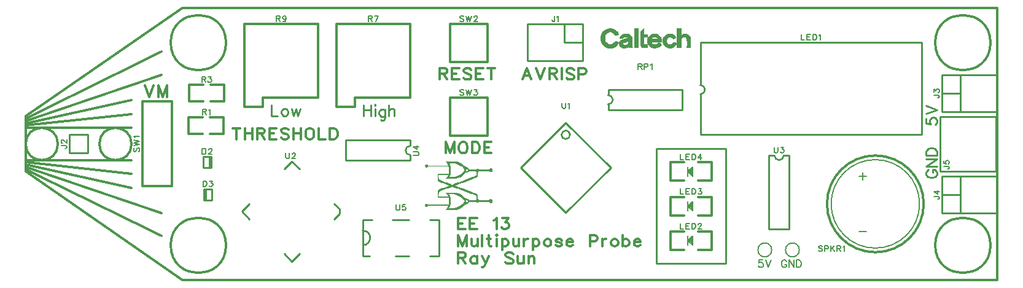
<source format=gbr>
G04 DipTrace 3.3.0.0*
G04 TopSilk.gbr*
%MOIN*%
G04 #@! TF.FileFunction,Legend,Top*
G04 #@! TF.Part,Single*
%ADD10C,0.009843*%
%ADD12C,0.003*%
%ADD14C,0.013*%
%ADD26C,0.01*%
%ADD28C,0.014*%
%ADD29C,0.012*%
%ADD30C,0.005*%
%ADD43C,0.008*%
%ADD119C,0.006562*%
%ADD120C,0.009264*%
%ADD121C,0.013123*%
%ADD122C,0.006176*%
%FSLAX26Y26*%
G04*
G70*
G90*
G75*
G01*
G04 TopSilk*
%LPD*%
X1011002Y680000D2*
D26*
Y620000D1*
X1016005Y680000D2*
Y620000D1*
X975996Y680000D2*
Y620000D1*
X1020994Y680000D2*
X975996D1*
X1020994Y620000D2*
X975996D1*
X1020994Y680000D2*
Y620000D1*
X988998Y445000D2*
Y505000D1*
X983995Y445000D2*
Y505000D1*
X1024004Y445000D2*
Y505000D1*
X979006Y445000D2*
X1024004D1*
X979006Y505000D2*
X1024004D1*
X979006Y445000D2*
Y505000D1*
X3037500Y1400000D2*
Y1200000D1*
X2937510Y1400000D2*
Y1300000D1*
X2737500Y1400000D2*
Y1200000D1*
X3037500Y1300000D2*
X2937510D1*
X3037500Y1200000D2*
X2737500D1*
X3037500Y1400000D2*
X2737500D1*
X250000Y800000D2*
X350000D1*
Y700000D2*
Y800000D1*
X250000Y700000D2*
X350000D1*
X250000D2*
Y800000D1*
X4976772Y600197D2*
D10*
X5279921D1*
Y899803D1*
X4976772D1*
Y600197D1*
X3675000Y1020000D2*
D26*
G03X3675000Y1070000I-40J25000D01*
G01*
X4875000Y800000D2*
X3675000D1*
Y1020000D1*
X4875000Y1300000D2*
X3675000D1*
Y1070000D2*
Y1300000D1*
X4875000Y800000D2*
Y1300000D1*
X3627498Y225000D2*
D43*
X3607495D1*
X3627498Y235000D2*
X3617508Y225000D1*
X3627498Y245000D2*
Y215000D1*
X3632492Y210000D2*
X3617508Y225000D1*
X3632492Y250000D2*
X3607495Y225000D1*
X3632492Y250000D2*
Y200000D1*
X3607495Y225000D1*
Y250000D2*
Y200000D1*
X3737500Y275000D2*
D29*
X3662508D1*
X3737500Y175000D2*
X3662508D1*
X3587492Y275000D2*
X3512500D1*
X3587492Y175000D2*
X3512500D1*
X3737500Y275000D2*
Y175000D1*
X3512500Y275000D2*
Y175000D1*
X3627498Y412500D2*
D43*
X3607495D1*
X3627498Y422500D2*
X3617508Y412500D1*
X3627498Y432500D2*
Y402500D1*
X3632492Y397500D2*
X3617508Y412500D1*
X3632492Y437500D2*
X3607495Y412500D1*
X3632492Y437500D2*
Y387500D1*
X3607495Y412500D1*
Y437500D2*
Y387500D1*
X3737500Y462500D2*
D29*
X3662508D1*
X3737500Y362500D2*
X3662508D1*
X3587492Y462500D2*
X3512500D1*
X3587492Y362500D2*
X3512500D1*
X3737500Y462500D2*
Y362500D1*
X3512500Y462500D2*
Y362500D1*
X3627498Y600000D2*
D43*
X3607495D1*
X3627498Y610000D2*
X3617508Y600000D1*
X3627498Y620000D2*
Y590000D1*
X3632492Y585000D2*
X3617508Y600000D1*
X3632492Y625000D2*
X3607495Y600000D1*
X3632492Y625000D2*
Y575000D1*
X3607495Y600000D1*
Y625000D2*
Y575000D1*
X3737500Y650000D2*
D29*
X3662508D1*
X3737500Y550000D2*
X3662508D1*
X3587492Y650000D2*
X3512500D1*
X3587492Y550000D2*
X3512500D1*
X3737500Y650000D2*
Y550000D1*
X3512500Y650000D2*
Y550000D1*
X1087500Y805000D2*
X1012507D1*
X1087500Y895000D2*
X1012507D1*
X972493D2*
X897500D1*
X972493Y805000D2*
X897500D1*
X1087500Y895000D2*
Y805000D1*
X897500Y895000D2*
Y805000D1*
X900000Y1070000D2*
X974993D1*
X900000Y980000D2*
X974993D1*
X1015007D2*
X1090000D1*
X1015007Y1070000D2*
X1090000D1*
X900000Y980000D2*
Y1070000D1*
X1090000Y980000D2*
Y1070000D1*
X2100000Y1400000D2*
Y999995D1*
X1800000D1*
Y950000D1*
X1700000D1*
Y1400000D2*
Y950000D1*
X2100000Y1400000D2*
X1700000D1*
X1600000D2*
Y999995D1*
X1300000D1*
Y950000D1*
X1200000D1*
Y1400000D2*
Y950000D1*
X1600000Y1400000D2*
X1200000D1*
X3175000Y965010D2*
D26*
G03X3175000Y1014990I10J24990D01*
G01*
X3575000Y935010D2*
X3175000D1*
Y965010D1*
X3575000Y935010D2*
Y1044990D1*
X3175000D1*
Y1014990D2*
Y1044990D1*
X4987500Y1125000D2*
X5087500D1*
Y1025000D2*
Y1125000D1*
X4987500Y1025000D2*
X5087500D1*
X4987500D2*
Y1125000D1*
Y1025000D2*
X5087500D1*
Y925000D2*
Y1025000D1*
X4987500Y925000D2*
X5087500D1*
X4987500D2*
Y1025000D1*
Y575000D2*
X5087500D1*
Y475000D2*
Y575000D1*
X4987500Y475000D2*
X5087500D1*
X4987500D2*
Y575000D1*
Y475000D2*
X5087500D1*
Y375000D2*
Y475000D1*
X4987500Y375000D2*
X5087500D1*
X4987500D2*
Y475000D1*
X4385000Y425000D2*
D43*
G02X4385000Y425000I240000J0D01*
G01*
X4574984Y275000D2*
X4535000D1*
X4555016Y595016D2*
Y554984D1*
X4574984Y575000D2*
X4535000D1*
X645000Y520000D2*
D29*
X805000D1*
Y980000D2*
Y520000D1*
X645000Y980000D2*
Y520000D1*
Y980000D2*
X805000D1*
X2314990Y1400000D2*
Y1195000D1*
X2520010Y1400000D2*
Y1195000D1*
X2314990D1*
X2520010Y1400000D2*
X2314990D1*
Y1000000D2*
Y795000D1*
X2520010Y1000000D2*
Y795000D1*
X2314990D1*
X2520010Y1000000D2*
X2314990D1*
X2960555Y783564D2*
D26*
G02X2960555Y783564I-16232J16232D01*
G01*
X2699373Y621612D2*
X2944323Y866562D1*
X2699373Y621612D2*
X2944323Y376661D1*
X3189273Y621612D1*
X2944323Y866562D2*
X3189273Y621612D1*
X1716138Y398233D2*
Y369919D1*
X1687872Y426492D2*
X1716138Y398233D1*
X1458026Y656322D2*
X1500452Y613906D1*
X1185806Y384076D2*
X1228233Y341660D1*
X1415652Y154246D2*
X1458026Y111830D1*
X1716138Y369919D2*
X1687872Y341660D1*
X1458026Y656322D2*
X1415652Y613906D1*
X1228233Y426492D2*
X1185806Y384076D1*
X1500452Y154246D2*
X1458026Y111830D1*
X4077510Y687500D2*
G03X4127490Y687500I24990J-10D01*
G01*
X4047510Y287500D2*
Y687500D1*
X4077510D1*
X4047510Y287500D2*
X4157490D1*
Y687500D1*
X4127490D2*
X4157490D1*
X2100000Y739990D2*
G03X2100000Y690010I0J-24990D01*
G01*
X1750000Y769990D2*
Y660010D1*
X2100000Y690010D2*
Y660010D1*
Y769990D2*
Y739990D1*
X1750000Y769990D2*
X2100000D1*
X1750000Y660010D2*
X2100000D1*
X1842913Y201189D2*
G03X1842913Y279914I-8J39363D01*
G01*
X2205122Y142131D2*
X2256299D1*
X2205122Y338971D2*
X2256299D1*
X2004341D2*
X2094872D1*
X1842913D2*
X1894091D1*
X1842913Y142131D2*
X1878341D1*
X2020091D2*
X2094872D1*
X2256299D2*
Y338971D1*
X1842913Y142131D2*
Y338971D1*
X12500Y837500D2*
D28*
X587500D1*
X12500Y662500D2*
X587500D1*
X12500Y650000D2*
X587500Y587500D1*
X12500Y850000D2*
X587500Y912500D1*
X12500Y862500D2*
X587500Y987500D1*
X12500Y875000D2*
X750000Y1125000D1*
X12500Y887500D2*
X750000Y1250000D1*
X12500Y637500D2*
X587500Y512500D1*
X12500Y625000D2*
X750000Y375000D1*
X12500Y612500D2*
X750000Y250000D1*
X12500Y900000D2*
X862500Y1487500D1*
X12500Y600000D2*
X862500Y12500D1*
X3437500Y725000D2*
D26*
X3812500D1*
Y100000D1*
X3437500D1*
Y725000D1*
X4362500Y425000D2*
D29*
G02X4362500Y425000I262500J0D01*
G01*
X12500Y900000D2*
D14*
Y600000D1*
X412500Y750000D2*
D29*
G02X412500Y750000I87500J0D01*
G01*
X12500D2*
G02X12500Y750000I87500J0D01*
G01*
X800000Y1300000D2*
G02X800000Y1300000I150000J0D01*
G01*
X4950000D2*
G02X4950000Y1300000I150000J0D01*
G01*
X800000Y200000D2*
G02X800000Y200000I150000J0D01*
G01*
X4950000D2*
G02X4950000Y200000I150000J0D01*
G01*
X3987500Y175000D2*
D30*
G02X3987500Y175000I37500J0D01*
G01*
X4137500D2*
G02X4137500Y175000I37500J0D01*
G01*
X862500Y1487500D2*
D28*
X5287500D1*
X862500Y12500D2*
X5287500D1*
Y1487500D2*
Y12500D1*
X5075000Y1125000D2*
D26*
X5287500D1*
X5075000Y925000D2*
X5287500D1*
X5075000Y575000D2*
X5287500D1*
X5075000Y375000D2*
X5287500D1*
X3179000Y1378000D2*
D12*
X3191000D1*
X3317000D2*
X3335000D1*
X3365000D2*
X3368000D1*
X3548000D2*
X3569000D1*
X3169680Y1375000D2*
X3200206D1*
X3317000D2*
X3335000D1*
X3362000D2*
X3368000D1*
X3548000D2*
X3569000D1*
X3161925Y1372000D2*
X3207576D1*
X3317000D2*
X3335000D1*
X3359012D2*
X3368000D1*
X3548000D2*
X3569000D1*
X3155772Y1369000D2*
X3213022D1*
X3317000D2*
X3335000D1*
X3356129D2*
X3368000D1*
X3548000D2*
X3569000D1*
X3150941Y1366000D2*
X3217178D1*
X3317000D2*
X3335000D1*
X3353628D2*
X3368000D1*
X3548000D2*
X3569000D1*
X3147300Y1363000D2*
X3220560D1*
X3317000D2*
X3335000D1*
X3351846D2*
X3368000D1*
X3548000D2*
X3569000D1*
X3144554Y1360000D2*
X3223270D1*
X3317000D2*
X3335000D1*
X3350834D2*
X3368000D1*
X3548000D2*
X3569000D1*
X3142240Y1357000D2*
X3177179D1*
X3193410D2*
X3225231D1*
X3317000D2*
X3335000D1*
X3350344D2*
X3368000D1*
X3548000D2*
X3569000D1*
X3140172Y1354000D2*
X3170682D1*
X3198153D2*
X3226655D1*
X3317000D2*
X3335000D1*
X3350133D2*
X3368000D1*
X3548000D2*
X3569000D1*
X3138534Y1351000D2*
X3165778D1*
X3202044D2*
X3227898D1*
X3317000D2*
X3335000D1*
X3350049D2*
X3368000D1*
X3548000D2*
X3569000D1*
X3137255Y1348000D2*
X3162198D1*
X3205068D2*
X3229013D1*
X3260000D2*
X3284000D1*
X3317000D2*
X3335000D1*
X3350017D2*
X3368000D1*
X3416000D2*
X3437000D1*
X3500000D2*
X3521000D1*
X3548000D2*
X3569000D1*
X3581000D2*
X3599000D1*
X3136096Y1345000D2*
X3159612D1*
X3207261D2*
X3230000D1*
X3252846D2*
X3289758D1*
X3317000D2*
X3335000D1*
X3350006D2*
X3386000D1*
X3409205D2*
X3442770D1*
X3493205D2*
X3526410D1*
X3548000D2*
X3569000D1*
X3575000D2*
X3604758D1*
X3135135Y1342000D2*
X3157713D1*
X3209000D2*
X3218000D1*
X3247272D2*
X3294364D1*
X3317000D2*
X3335000D1*
X3350002D2*
X3386000D1*
X3403589D2*
X3447481D1*
X3487589D2*
X3531153D1*
X3548000D2*
X3609376D1*
X3134534Y1339000D2*
X3156391D1*
X3243082D2*
X3297736D1*
X3317000D2*
X3335000D1*
X3350001D2*
X3386000D1*
X3399160D2*
X3451248D1*
X3483160D2*
X3535041D1*
X3548000D2*
X3612854D1*
X3134227Y1336000D2*
X3155634D1*
X3240001D2*
X3300282D1*
X3317000D2*
X3335000D1*
X3350000D2*
X3386000D1*
X3395585D2*
X3454240D1*
X3479596D2*
X3538005D1*
X3548000D2*
X3615405D1*
X3134090Y1333000D2*
X3155264D1*
X3237641D2*
X3267301D1*
X3270897D2*
X3301169D1*
X3317000D2*
X3335000D1*
X3350000D2*
X3386000D1*
X3392690D2*
X3456561D1*
X3476795D2*
X3540262D1*
X3548000D2*
X3617293D1*
X3134033Y1330000D2*
X3155102D1*
X3236793D2*
X3261236D1*
X3277792D2*
X3301647D1*
X3317000D2*
X3335000D1*
X3350000D2*
X3368000D1*
X3390412D2*
X3416552D1*
X3433448D2*
X3458364D1*
X3474794D2*
X3503601D1*
X3514411D2*
X3541203D1*
X3548000D2*
X3618611D1*
X3134012Y1327000D2*
X3155038D1*
X3236312D2*
X3257116D1*
X3284000D2*
X3301862D1*
X3317000D2*
X3335000D1*
X3350000D2*
X3368000D1*
X3388638D2*
X3411604D1*
X3438396D2*
X3459749D1*
X3473357D2*
X3498964D1*
X3519176D2*
X3538400D1*
X3548000D2*
X3575126D1*
X3595422D2*
X3619367D1*
X3134004Y1324000D2*
X3155013D1*
X3236000D2*
X3254000D1*
X3274815D2*
X3301949D1*
X3317000D2*
X3335000D1*
X3350000D2*
X3368000D1*
X3387364D2*
X3407000D1*
X3443000D2*
X3460874D1*
X3472134D2*
X3495459D1*
X3523250D2*
X3534492D1*
X3548000D2*
X3572628D1*
X3597282D2*
X3619736D1*
X3134001Y1321000D2*
X3155016D1*
X3264499D2*
X3301982D1*
X3317000D2*
X3335000D1*
X3350000D2*
X3368000D1*
X3386625D2*
X3461957D1*
X3471148D2*
X3492796D1*
X3527000D2*
X3530000D1*
X3548000D2*
X3570846D1*
X3598669D2*
X3619898D1*
X3134012Y1318000D2*
X3155119D1*
X3254679D2*
X3301994D1*
X3317000D2*
X3335000D1*
X3350000D2*
X3368000D1*
X3386261D2*
X3462886D1*
X3470539D2*
X3491868D1*
X3548000D2*
X3569834D1*
X3599875D2*
X3619962D1*
X3134117Y1315000D2*
X3155512D1*
X3246863D2*
X3301998D1*
X3317000D2*
X3335000D1*
X3350000D2*
X3368000D1*
X3386101D2*
X3463473D1*
X3470229D2*
X3491368D1*
X3548000D2*
X3569344D1*
X3600855D2*
X3619987D1*
X3134500Y1312000D2*
X3156347D1*
X3241164D2*
X3301999D1*
X3317000D2*
X3335000D1*
X3350000D2*
X3368000D1*
X3386037D2*
X3463776D1*
X3470090D2*
X3491144D1*
X3548000D2*
X3569133D1*
X3601462D2*
X3619995D1*
X3135230Y1309000D2*
X3157616D1*
X3212000D2*
X3218000D1*
X3236822D2*
X3302000D1*
X3317000D2*
X3335000D1*
X3350000D2*
X3368000D1*
X3386013D2*
X3463917D1*
X3470045D2*
X3491064D1*
X3548000D2*
X3569049D1*
X3601772D2*
X3619999D1*
X3136104Y1306000D2*
X3159369D1*
X3210014D2*
X3227000D1*
X3233000D2*
X3270767D1*
X3283988D2*
X3302000D1*
X3317000D2*
X3335000D1*
X3350000D2*
X3368000D1*
X3386016D2*
X3464000D1*
X3470129D2*
X3491147D1*
X3548000D2*
X3569017D1*
X3601910D2*
X3620000D1*
X3137022Y1303000D2*
X3161748D1*
X3207793D2*
X3262471D1*
X3283859D2*
X3302000D1*
X3317000D2*
X3335000D1*
X3350000D2*
X3368000D1*
X3386127D2*
X3407589D1*
X3470504D2*
X3491634D1*
X3527000D2*
X3530000D1*
X3548000D2*
X3569006D1*
X3601967D2*
X3620000D1*
X3138136Y1300000D2*
X3164849D1*
X3204900D2*
X3256251D1*
X3283543D2*
X3302000D1*
X3317000D2*
X3335000D1*
X3350000D2*
X3368000D1*
X3386590D2*
X3408824D1*
X3449000D2*
D3*
X3471231D2*
X3492837D1*
X3525053D2*
X3539000D1*
X3548000D2*
X3569002D1*
X3601988D2*
X3620000D1*
X3139531Y1297000D2*
X3168710D1*
X3201184D2*
X3251000D1*
X3282040D2*
X3302012D1*
X3317000D2*
X3335000D1*
X3350000D2*
X3368000D1*
X3387615D2*
X3410750D1*
X3444594D2*
X3455000D1*
X3472117D2*
X3494754D1*
X3523073D2*
X3569001D1*
X3601996D2*
X3620000D1*
X3141325Y1294000D2*
X3173000D1*
X3197000D2*
X3227114D1*
X3233114D2*
X3254000D1*
X3278747D2*
X3302117D1*
X3317000D2*
X3335000D1*
X3350000D2*
X3368000D1*
X3389000D2*
X3413000D1*
X3440000D2*
X3458669D1*
X3473139D2*
X3497000D1*
X3521000D2*
X3569000D1*
X3601999D2*
X3620000D1*
X3143611Y1291000D2*
X3224487D1*
X3233510D2*
X3257000D1*
X3275000D2*
X3302500D1*
X3317000D2*
X3335000D1*
X3350012D2*
X3461439D1*
X3474635D2*
X3542452D1*
X3548000D2*
X3569000D1*
X3602000D2*
X3620000D1*
X3146268Y1288000D2*
X3222089D1*
X3234358D2*
X3303218D1*
X3317000D2*
X3335000D1*
X3350129D2*
X3386000D1*
X3392012D2*
X3462245D1*
X3476761D2*
X3540090D1*
X3548000D2*
X3569000D1*
X3601988D2*
X3620000D1*
X3149252Y1285000D2*
X3219347D1*
X3235756D2*
X3303987D1*
X3317000D2*
X3335000D1*
X3350628D2*
X3386000D1*
X3395152D2*
X3459477D1*
X3479465D2*
X3537449D1*
X3548000D2*
X3569000D1*
X3601874D2*
X3620000D1*
X3152917Y1282000D2*
X3215538D1*
X3237624D2*
X3304513D1*
X3317000D2*
X3335000D1*
X3351835D2*
X3386000D1*
X3398880D2*
X3455388D1*
X3483001D2*
X3533913D1*
X3548000D2*
X3569000D1*
X3601410D2*
X3620000D1*
X3158027Y1279000D2*
X3210369D1*
X3241923D2*
X3304807D1*
X3317000D2*
X3335000D1*
X3353754D2*
X3386000D1*
X3404014D2*
X3449244D1*
X3488059D2*
X3529025D1*
X3548000D2*
X3569000D1*
X3600385D2*
X3620000D1*
X3164988Y1276000D2*
X3203989D1*
X3247578D2*
X3275000D1*
X3287000D2*
X3305000D1*
X3317000D2*
X3335000D1*
X3356000D2*
X3386000D1*
X3410984D2*
X3440781D1*
X3494999D2*
X3522512D1*
X3548000D2*
X3569000D1*
X3599000D2*
X3620000D1*
X3173000Y1273000D2*
X3197000D1*
X3254000D2*
X3263000D1*
X3419000D2*
X3431000D1*
X3503000D2*
X3515000D1*
X2293500Y654000D2*
X2353500D1*
X2296386Y651000D2*
X2360873D1*
X2298990Y648000D2*
X2367618D1*
X2301153Y645000D2*
X2311964D1*
X2349899D2*
X2373554D1*
X2302885Y642000D2*
X2312719D1*
X2357548D2*
X2378529D1*
X2182500Y639000D2*
X2194500D1*
X2304152D2*
X2313601D1*
X2364158D2*
X2382620D1*
X2181229Y636000D2*
X2194500D1*
X2304940D2*
X2314509D1*
X2369810D2*
X2386128D1*
X2180453Y633000D2*
X2315506D1*
X2374740D2*
X2389303D1*
X2180987Y630000D2*
X2316403D1*
X2378977D2*
X2392536D1*
X2181735Y627000D2*
X2194500D1*
X2307910D2*
X2316979D1*
X2382361D2*
X2396750D1*
X2182500Y624000D2*
X2191500D1*
X2309665D2*
X2317277D1*
X2385016D2*
X2402468D1*
X2310670Y621000D2*
X2317412D1*
X2387398D2*
X2408297D1*
X2311157Y618000D2*
X2317467D1*
X2389811D2*
X2413106D1*
X2533500D2*
X2539500D1*
X2311368Y615000D2*
X2317488D1*
X2391952D2*
X2415025D1*
X2458500D2*
X2470500D1*
X2530500D2*
X2541899D1*
X2311452Y612000D2*
X2317496D1*
X2393624D2*
X2401500D1*
X2412948D2*
X2543892D1*
X2311483Y609000D2*
X2317499D1*
X2393450D2*
X2401500D1*
X2411896D2*
X2544475D1*
X2311483Y606000D2*
X2317500D1*
X2392576D2*
X2401500D1*
X2410500D2*
X2543666D1*
X2311381Y603000D2*
X2317500D1*
X2391020D2*
X2416500D1*
X2457910D2*
X2468090D1*
X2530500D2*
X2542500D1*
X2311000Y600000D2*
X2317500D1*
X2388832D2*
X2413500D1*
X2459665D2*
X2466335D1*
X2310281Y597000D2*
X2317488D1*
X2386224D2*
X2398512D1*
X2404500D2*
X2410500D1*
X2460670D2*
X2465330D1*
X2309505Y594000D2*
X2317383D1*
X2383382D2*
X2395617D1*
X2461157D2*
X2464843D1*
X2308936Y591000D2*
X2316989D1*
X2380332D2*
X2392988D1*
X2461368D2*
X2464632D1*
X2248500Y588000D2*
X2316165D1*
X2376858D2*
X2390601D1*
X2461416D2*
X2464548D1*
X2248500Y585000D2*
X2315002D1*
X2372614D2*
X2387988D1*
X2461108D2*
X2464517D1*
X2248500Y582000D2*
X2251500D1*
X2304922D2*
X2313645D1*
X2367287D2*
X2384781D1*
X2460314D2*
X2464482D1*
X2248500Y579000D2*
X2251500D1*
X2303782D2*
X2312126D1*
X2360388D2*
X2381161D1*
X2456605D2*
X2464232D1*
X2248500Y576000D2*
X2251500D1*
X2302169D2*
X2310399D1*
X2351530D2*
X2377136D1*
X2451253D2*
X2463633D1*
X2248500Y573000D2*
X2251500D1*
X2300375D2*
X2308500D1*
X2341500D2*
X2372080D1*
X2444476D2*
X2460961D1*
X2248500Y570000D2*
X2251500D1*
X2298363D2*
X2365318D1*
X2436732D2*
X2455296D1*
X2248500Y567000D2*
X2251512D1*
X2296018D2*
X2356840D1*
X2428643D2*
X2448526D1*
X2248500Y564000D2*
X2251652D1*
X2293500D2*
X2347500D1*
X2420595D2*
X2441132D1*
X2248512Y561000D2*
X2252004D1*
X2412556D2*
X2433378D1*
X2248652Y558000D2*
X2253885D1*
X2404493D2*
X2425428D1*
X2249004Y555000D2*
X2258733D1*
X2396501D2*
X2417478D1*
X2250838Y552000D2*
X2264968D1*
X2388413D2*
X2409405D1*
X2255365Y549000D2*
X2272092D1*
X2380096D2*
X2401093D1*
X2261253Y546000D2*
X2279812D1*
X2371777D2*
X2392776D1*
X2268312Y543000D2*
X2287986D1*
X2363642D2*
X2384641D1*
X2276184Y540000D2*
X2296249D1*
X2355580D2*
X2376571D1*
X2284314Y537000D2*
X2304352D1*
X2347591D2*
X2368510D1*
X2292279Y534000D2*
X2312396D1*
X2339918D2*
X2360629D1*
X2299960Y531000D2*
X2320500D1*
X2332500D2*
X2353000D1*
X2307336Y528000D2*
X2345649D1*
X2314500Y525000D2*
X2338500D1*
X2306897Y522000D2*
X2346001D1*
X2298864Y519000D2*
X2320614D1*
X2332036D2*
X2353755D1*
X2290682Y516000D2*
X2311999D1*
X2340293D2*
X2361600D1*
X2282606Y513000D2*
X2303718D1*
X2348504D2*
X2369625D1*
X2274582Y510000D2*
X2295499D1*
X2356873D2*
X2377918D1*
X2266763Y507000D2*
X2287128D1*
X2365212D2*
X2386228D1*
X2259887Y504000D2*
X2278812D1*
X2373354D2*
X2394360D1*
X2254723Y501000D2*
X2270903D1*
X2381427D2*
X2402429D1*
X2250906Y498000D2*
X2263841D1*
X2389501D2*
X2410502D1*
X2249652Y495000D2*
X2258320D1*
X2397497D2*
X2418486D1*
X2248985Y492000D2*
X2254168D1*
X2405587D2*
X2426481D1*
X2248688Y489000D2*
X2252779D1*
X2413904D2*
X2434510D1*
X2248569Y486000D2*
X2252038D1*
X2293500D2*
X2350500D1*
X2422223D2*
X2442352D1*
X2248524Y483000D2*
X2251709D1*
X2296025D2*
X2358435D1*
X2430358D2*
X2449715D1*
X2248508Y480000D2*
X2251576D1*
X2298175D2*
X2365340D1*
X2438393D2*
X2455919D1*
X2248503Y477000D2*
X2251527D1*
X2300016D2*
X2308025D1*
X2343670D2*
X2371174D1*
X2446115D2*
X2460900D1*
X2248501Y474000D2*
X2251509D1*
X2301772D2*
X2310164D1*
X2353527D2*
X2376289D1*
X2452612D2*
X2463067D1*
X2248500Y471000D2*
X2251503D1*
X2303716D2*
X2311899D1*
X2361477D2*
X2380846D1*
X2457797D2*
X2463835D1*
X2248500Y468000D2*
X2251501D1*
X2306014D2*
X2313261D1*
X2367708D2*
X2384679D1*
X2460030D2*
X2464228D1*
X2248500Y465000D2*
X2314378D1*
X2372667D2*
X2387721D1*
X2460818D2*
X2464398D1*
X2248500Y462000D2*
X2315458D1*
X2376697D2*
X2390727D1*
X2461222D2*
X2464463D1*
X2308964Y459000D2*
X2316386D1*
X2380175D2*
X2394888D1*
X2461383D2*
X2464499D1*
X2309707Y456000D2*
X2316973D1*
X2383364D2*
X2400547D1*
X2461334D2*
X2464625D1*
X2310484Y453000D2*
X2317275D1*
X2386338D2*
X2406521D1*
X2460859D2*
X2465126D1*
X2311010Y450000D2*
X2317411D1*
X2388983D2*
X2411578D1*
X2459661D2*
X2466335D1*
X2536500D2*
D3*
X2311288Y447000D2*
X2317467D1*
X2391249D2*
X2415736D1*
X2457745D2*
X2468253D1*
X2530500D2*
X2542500D1*
X2311416Y444000D2*
X2317488D1*
X2393360D2*
X2401500D1*
X2409948D2*
X2543759D1*
X2311468Y441000D2*
X2317496D1*
X2395500D2*
X2401500D1*
X2411896D2*
X2544500D1*
X2311477Y438000D2*
X2317499D1*
X2393526D2*
X2401500D1*
X2413500D2*
X2543444D1*
X2311379Y435000D2*
X2317500D1*
X2391418D2*
X2415563D1*
X2458500D2*
X2467500D1*
X2530500D2*
X2541654D1*
X2310999Y432000D2*
X2317488D1*
X2388987D2*
X2411720D1*
X2533500D2*
X2539500D1*
X2310281Y429000D2*
X2317383D1*
X2386281D2*
X2406349D1*
X2182500Y426000D2*
X2191500D1*
X2309505D2*
X2317000D1*
X2383413D2*
X2400925D1*
X2181127Y423000D2*
X2194500D1*
X2308936D2*
X2316270D1*
X2380456D2*
X2396527D1*
X2180380Y420000D2*
X2315396D1*
X2377348D2*
X2392881D1*
X2180118Y417000D2*
X2314478D1*
X2373739D2*
X2389523D1*
X2181159Y414000D2*
X2194500D1*
X2304922D2*
X2313364D1*
X2369024D2*
X2386036D1*
X2182500Y411000D2*
X2191500D1*
X2303782D2*
X2311969D1*
X2362820D2*
X2382169D1*
X2302169Y408000D2*
X2310184D1*
X2355326D2*
X2377866D1*
X2300375Y405000D2*
X2307950D1*
X2347058D2*
X2372893D1*
X2298363Y402000D2*
X2366702D1*
X2296018Y399000D2*
X2359031D1*
X2293500Y396000D2*
X2350500D1*
X3179000Y1378000D2*
X3169680Y1375000D1*
X3161925Y1372000D1*
X3155772Y1369000D1*
X3150941Y1366000D1*
X3147300Y1363000D1*
X3144554Y1360000D1*
X3142240Y1357000D1*
X3140172Y1354000D1*
X3138534Y1351000D1*
X3137255Y1348000D1*
X3136096Y1345000D1*
X3135135Y1342000D1*
X3134534Y1339000D1*
X3134227Y1336000D1*
X3134090Y1333000D1*
X3134033Y1330000D1*
X3134012Y1327000D1*
X3134004Y1324000D1*
X3134001Y1321000D1*
X3134012Y1318000D1*
X3134117Y1315000D1*
X3134500Y1312000D1*
X3135230Y1309000D1*
X3136104Y1306000D1*
X3137022Y1303000D1*
X3138136Y1300000D1*
X3139531Y1297000D1*
X3141325Y1294000D1*
X3143611Y1291000D1*
X3146268Y1288000D1*
X3149252Y1285000D1*
X3152917Y1282000D1*
X3158027Y1279000D1*
X3164988Y1276000D1*
X3173000Y1273000D1*
X3191000Y1378000D2*
X3200206Y1375000D1*
X3207576Y1372000D1*
X3213022Y1369000D1*
X3217178Y1366000D1*
X3220560Y1363000D1*
X3223270Y1360000D1*
X3225231Y1357000D1*
X3226655Y1354000D1*
X3227898Y1351000D1*
X3229013Y1348000D1*
X3230000Y1345000D1*
X3218000Y1342000D1*
X3317000Y1378000D2*
Y1375000D1*
Y1372000D1*
Y1369000D1*
Y1366000D1*
Y1363000D1*
Y1360000D1*
Y1357000D1*
Y1354000D1*
Y1351000D1*
Y1348000D1*
Y1345000D1*
Y1342000D1*
Y1339000D1*
Y1336000D1*
Y1333000D1*
Y1330000D1*
Y1327000D1*
Y1324000D1*
Y1321000D1*
Y1318000D1*
Y1315000D1*
Y1312000D1*
Y1309000D1*
Y1306000D1*
Y1303000D1*
Y1300000D1*
Y1297000D1*
Y1294000D1*
Y1291000D1*
Y1288000D1*
Y1285000D1*
Y1282000D1*
Y1279000D1*
Y1276000D1*
X3335000Y1378000D2*
Y1375000D1*
Y1372000D1*
Y1369000D1*
Y1366000D1*
Y1363000D1*
Y1360000D1*
Y1357000D1*
Y1354000D1*
Y1351000D1*
Y1348000D1*
Y1345000D1*
Y1342000D1*
Y1339000D1*
Y1336000D1*
Y1333000D1*
Y1330000D1*
Y1327000D1*
Y1324000D1*
Y1321000D1*
Y1318000D1*
Y1315000D1*
Y1312000D1*
Y1309000D1*
Y1306000D1*
Y1303000D1*
Y1300000D1*
Y1297000D1*
Y1294000D1*
Y1291000D1*
Y1288000D1*
Y1285000D1*
Y1282000D1*
Y1279000D1*
Y1276000D1*
X3365000Y1378000D2*
X3362000Y1375000D1*
X3359012Y1372000D1*
X3356129Y1369000D1*
X3353628Y1366000D1*
X3351846Y1363000D1*
X3350834Y1360000D1*
X3350344Y1357000D1*
X3350133Y1354000D1*
X3350049Y1351000D1*
X3350017Y1348000D1*
X3350006Y1345000D1*
X3350002Y1342000D1*
X3350001Y1339000D1*
X3350000Y1336000D1*
Y1333000D1*
Y1330000D1*
Y1327000D1*
Y1324000D1*
Y1321000D1*
Y1318000D1*
Y1315000D1*
Y1312000D1*
Y1309000D1*
Y1306000D1*
Y1303000D1*
Y1300000D1*
Y1297000D1*
Y1294000D1*
X3350012Y1291000D1*
X3350129Y1288000D1*
X3350628Y1285000D1*
X3351835Y1282000D1*
X3353754Y1279000D1*
X3356000Y1276000D1*
X3368000Y1378000D2*
Y1375000D1*
Y1372000D1*
Y1369000D1*
Y1366000D1*
Y1363000D1*
Y1360000D1*
Y1357000D1*
Y1354000D1*
Y1351000D1*
Y1348000D1*
Y1345000D1*
X3386000D1*
Y1342000D1*
Y1339000D1*
Y1336000D1*
Y1333000D1*
Y1330000D1*
X3368000D1*
Y1327000D1*
Y1324000D1*
Y1321000D1*
Y1318000D1*
Y1315000D1*
Y1312000D1*
Y1309000D1*
Y1306000D1*
Y1303000D1*
Y1300000D1*
Y1297000D1*
Y1294000D1*
X3548000Y1378000D2*
Y1375000D1*
Y1372000D1*
Y1369000D1*
Y1366000D1*
Y1363000D1*
Y1360000D1*
Y1357000D1*
Y1354000D1*
Y1351000D1*
Y1348000D1*
Y1345000D1*
Y1342000D1*
Y1339000D1*
Y1336000D1*
Y1333000D1*
Y1330000D1*
Y1327000D1*
Y1324000D1*
Y1321000D1*
Y1318000D1*
Y1315000D1*
Y1312000D1*
Y1309000D1*
Y1306000D1*
Y1303000D1*
Y1300000D1*
X3569000Y1378000D2*
Y1375000D1*
Y1372000D1*
Y1369000D1*
Y1366000D1*
Y1363000D1*
Y1360000D1*
Y1357000D1*
Y1354000D1*
Y1351000D1*
Y1348000D1*
Y1345000D1*
X3185000Y1360000D2*
X3177179Y1357000D1*
X3170682Y1354000D1*
X3165778Y1351000D1*
X3162198Y1348000D1*
X3159612Y1345000D1*
X3157713Y1342000D1*
X3156391Y1339000D1*
X3155634Y1336000D1*
X3155264Y1333000D1*
X3155102Y1330000D1*
X3155038Y1327000D1*
X3155013Y1324000D1*
X3155016Y1321000D1*
X3155119Y1318000D1*
X3155512Y1315000D1*
X3156347Y1312000D1*
X3157616Y1309000D1*
X3159369Y1306000D1*
X3161748Y1303000D1*
X3164849Y1300000D1*
X3168710Y1297000D1*
X3173000Y1294000D1*
X3188000Y1360000D2*
X3193410Y1357000D1*
X3198153Y1354000D1*
X3202044Y1351000D1*
X3205068Y1348000D1*
X3207261Y1345000D1*
X3209000Y1342000D1*
X3260000Y1348000D2*
X3252846Y1345000D1*
X3247272Y1342000D1*
X3243082Y1339000D1*
X3240001Y1336000D1*
X3237641Y1333000D1*
X3236793Y1330000D1*
X3236312Y1327000D1*
X3236000Y1324000D1*
X3284000Y1348000D2*
X3289758Y1345000D1*
X3294364Y1342000D1*
X3297736Y1339000D1*
X3300282Y1336000D1*
X3301169Y1333000D1*
X3301647Y1330000D1*
X3301862Y1327000D1*
X3301949Y1324000D1*
X3301982Y1321000D1*
X3301994Y1318000D1*
X3301998Y1315000D1*
X3301999Y1312000D1*
X3302000Y1309000D1*
Y1306000D1*
Y1303000D1*
Y1300000D1*
X3302012Y1297000D1*
X3302117Y1294000D1*
X3302500Y1291000D1*
X3303218Y1288000D1*
X3303987Y1285000D1*
X3304513Y1282000D1*
X3304807Y1279000D1*
X3305000Y1276000D1*
X3416000Y1348000D2*
X3409205Y1345000D1*
X3403589Y1342000D1*
X3399160Y1339000D1*
X3395585Y1336000D1*
X3392690Y1333000D1*
X3390412Y1330000D1*
X3388638Y1327000D1*
X3387364Y1324000D1*
X3386625Y1321000D1*
X3386261Y1318000D1*
X3386101Y1315000D1*
X3386037Y1312000D1*
X3386013Y1309000D1*
X3386016Y1306000D1*
X3386127Y1303000D1*
X3386590Y1300000D1*
X3387615Y1297000D1*
X3389000Y1294000D1*
X3437000Y1348000D2*
X3442770Y1345000D1*
X3447481Y1342000D1*
X3451248Y1339000D1*
X3454240Y1336000D1*
X3456561Y1333000D1*
X3458364Y1330000D1*
X3459749Y1327000D1*
X3460874Y1324000D1*
X3461957Y1321000D1*
X3462886Y1318000D1*
X3463473Y1315000D1*
X3463776Y1312000D1*
X3463917Y1309000D1*
X3464000Y1306000D1*
X3500000Y1348000D2*
X3493205Y1345000D1*
X3487589Y1342000D1*
X3483160Y1339000D1*
X3479596Y1336000D1*
X3476795Y1333000D1*
X3474794Y1330000D1*
X3473357Y1327000D1*
X3472134Y1324000D1*
X3471148Y1321000D1*
X3470539Y1318000D1*
X3470229Y1315000D1*
X3470090Y1312000D1*
X3470045Y1309000D1*
X3470129Y1306000D1*
X3470504Y1303000D1*
X3471231Y1300000D1*
X3472117Y1297000D1*
X3473139Y1294000D1*
X3474635Y1291000D1*
X3476761Y1288000D1*
X3479465Y1285000D1*
X3483001Y1282000D1*
X3488059Y1279000D1*
X3494999Y1276000D1*
X3503000Y1273000D1*
X3521000Y1348000D2*
X3526410Y1345000D1*
X3531153Y1342000D1*
X3535041Y1339000D1*
X3538005Y1336000D1*
X3540262Y1333000D1*
X3541203Y1330000D1*
X3538400Y1327000D1*
X3534492Y1324000D1*
X3530000Y1321000D1*
X3581000Y1348000D2*
X3575000Y1345000D1*
X3599000Y1348000D2*
X3604758Y1345000D1*
X3609376Y1342000D1*
X3612854Y1339000D1*
X3615405Y1336000D1*
X3617293Y1333000D1*
X3618611Y1330000D1*
X3619367Y1327000D1*
X3619736Y1324000D1*
X3619898Y1321000D1*
X3619962Y1318000D1*
X3619987Y1315000D1*
X3619995Y1312000D1*
X3619999Y1309000D1*
X3620000Y1306000D1*
Y1303000D1*
Y1300000D1*
Y1297000D1*
Y1294000D1*
Y1291000D1*
Y1288000D1*
Y1285000D1*
Y1282000D1*
Y1279000D1*
Y1276000D1*
X3275000Y1336000D2*
X3267301Y1333000D1*
X3261236Y1330000D1*
X3257116Y1327000D1*
X3254000Y1324000D1*
X3263000Y1336000D2*
X3270897Y1333000D1*
X3277792Y1330000D1*
X3284000Y1327000D1*
X3274815Y1324000D1*
X3264499Y1321000D1*
X3254679Y1318000D1*
X3246863Y1315000D1*
X3241164Y1312000D1*
X3236822Y1309000D1*
X3233000Y1306000D1*
X3422000Y1333000D2*
X3416552Y1330000D1*
X3411604Y1327000D1*
X3407000Y1324000D1*
X3428000Y1333000D2*
X3433448Y1330000D1*
X3438396Y1327000D1*
X3443000Y1324000D1*
X3509000Y1333000D2*
X3503601Y1330000D1*
X3498964Y1327000D1*
X3495459Y1324000D1*
X3492796Y1321000D1*
X3491868Y1318000D1*
X3491368Y1315000D1*
X3491144Y1312000D1*
X3491064Y1309000D1*
X3491147Y1306000D1*
X3491634Y1303000D1*
X3492837Y1300000D1*
X3494754Y1297000D1*
X3497000Y1294000D1*
X3509000Y1333000D2*
X3514411Y1330000D1*
X3519176Y1327000D1*
X3523250Y1324000D1*
X3527000Y1321000D1*
X3578000Y1330000D2*
X3575126Y1327000D1*
X3572628Y1324000D1*
X3570846Y1321000D1*
X3569834Y1318000D1*
X3569344Y1315000D1*
X3569133Y1312000D1*
X3569049Y1309000D1*
X3569017Y1306000D1*
X3569006Y1303000D1*
X3569002Y1300000D1*
X3569001Y1297000D1*
X3569000Y1294000D1*
Y1291000D1*
Y1288000D1*
Y1285000D1*
Y1282000D1*
Y1279000D1*
Y1276000D1*
X3593000Y1330000D2*
X3595422Y1327000D1*
X3597282Y1324000D1*
X3598669Y1321000D1*
X3599875Y1318000D1*
X3600855Y1315000D1*
X3601462Y1312000D1*
X3601772Y1309000D1*
X3601910Y1306000D1*
X3601967Y1303000D1*
X3601988Y1300000D1*
X3601996Y1297000D1*
X3601999Y1294000D1*
X3602000Y1291000D1*
X3601988Y1288000D1*
X3601874Y1285000D1*
X3601410Y1282000D1*
X3600385Y1279000D1*
X3599000Y1276000D1*
X3212000Y1309000D2*
X3210014Y1306000D1*
X3207793Y1303000D1*
X3204900Y1300000D1*
X3201184Y1297000D1*
X3197000Y1294000D1*
X3218000Y1309000D2*
X3227000Y1306000D1*
X3281000Y1309000D2*
X3270767Y1306000D1*
X3262471Y1303000D1*
X3256251Y1300000D1*
X3251000Y1297000D1*
X3254000Y1294000D1*
X3257000Y1291000D1*
X3284000Y1309000D2*
X3283988Y1306000D1*
X3283859Y1303000D1*
X3283543Y1300000D1*
X3282040Y1297000D1*
X3278747Y1294000D1*
X3275000Y1291000D1*
X3407000Y1306000D2*
X3407589Y1303000D1*
X3408824Y1300000D1*
X3410750Y1297000D1*
X3413000Y1294000D1*
X3527000Y1303000D2*
X3525053Y1300000D1*
X3523073Y1297000D1*
X3521000Y1294000D1*
X3530000Y1303000D2*
X3539000Y1300000D1*
X3449000D2*
X3444594Y1297000D1*
X3440000Y1294000D1*
X3455000Y1297000D2*
X3458669Y1294000D1*
X3461439Y1291000D1*
X3462245Y1288000D1*
X3459477Y1285000D1*
X3455388Y1282000D1*
X3449244Y1279000D1*
X3440781Y1276000D1*
X3431000Y1273000D1*
X3230000Y1297000D2*
X3227114Y1294000D1*
X3224487Y1291000D1*
X3222089Y1288000D1*
X3219347Y1285000D1*
X3215538Y1282000D1*
X3210369Y1279000D1*
X3203989Y1276000D1*
X3197000Y1273000D1*
X3233000Y1297000D2*
X3233114Y1294000D1*
X3233510Y1291000D1*
X3234358Y1288000D1*
X3235756Y1285000D1*
X3237624Y1282000D1*
X3241923Y1279000D1*
X3247578Y1276000D1*
X3254000Y1273000D1*
X3545000Y1294000D2*
X3542452Y1291000D1*
X3540090Y1288000D1*
X3537449Y1285000D1*
X3533913Y1282000D1*
X3529025Y1279000D1*
X3522512Y1276000D1*
X3515000Y1273000D1*
X3548000Y1294000D2*
Y1291000D1*
Y1288000D1*
Y1285000D1*
Y1282000D1*
Y1279000D1*
Y1276000D1*
X3386000Y1291000D2*
Y1288000D1*
Y1285000D1*
Y1282000D1*
Y1279000D1*
Y1276000D1*
X3389000Y1291000D2*
X3392012Y1288000D1*
X3395152Y1285000D1*
X3398880Y1282000D1*
X3404014Y1279000D1*
X3410984Y1276000D1*
X3419000Y1273000D1*
X3287000Y1279000D2*
X3275000Y1276000D1*
X3263000Y1273000D1*
X3284000Y1279000D2*
X3287000Y1276000D1*
X2293500Y654000D2*
X2296386Y651000D1*
X2298990Y648000D1*
X2301153Y645000D1*
X2302885Y642000D1*
X2304152Y639000D1*
X2304940Y636000D1*
X2305500Y633000D1*
X2353500Y654000D2*
X2360873Y651000D1*
X2367618Y648000D1*
X2373554Y645000D1*
X2378529Y642000D1*
X2382620Y639000D1*
X2386128Y636000D1*
X2389303Y633000D1*
X2392536Y630000D1*
X2396750Y627000D1*
X2402468Y624000D1*
X2408297Y621000D1*
X2413106Y618000D1*
X2415025Y615000D1*
X2416500Y612000D1*
X2311500Y648000D2*
X2311964Y645000D1*
X2312719Y642000D1*
X2313601Y639000D1*
X2314509Y636000D1*
X2315506Y633000D1*
X2316403Y630000D1*
X2316979Y627000D1*
X2317277Y624000D1*
X2317412Y621000D1*
X2317467Y618000D1*
X2317488Y615000D1*
X2317496Y612000D1*
X2317499Y609000D1*
X2317500Y606000D1*
Y603000D1*
Y600000D1*
X2317488Y597000D1*
X2317383Y594000D1*
X2316989Y591000D1*
X2316165Y588000D1*
X2315002Y585000D1*
X2313645Y582000D1*
X2312126Y579000D1*
X2310399Y576000D1*
X2308500Y573000D1*
X2341500Y648000D2*
X2349899Y645000D1*
X2357548Y642000D1*
X2364158Y639000D1*
X2369810Y636000D1*
X2374740Y633000D1*
X2378977Y630000D1*
X2382361Y627000D1*
X2385016Y624000D1*
X2387398Y621000D1*
X2389811Y618000D1*
X2391952Y615000D1*
X2393624Y612000D1*
X2393450Y609000D1*
X2392576Y606000D1*
X2391020Y603000D1*
X2388832Y600000D1*
X2386224Y597000D1*
X2383382Y594000D1*
X2380332Y591000D1*
X2376858Y588000D1*
X2372614Y585000D1*
X2367287Y582000D1*
X2360388Y579000D1*
X2351530Y576000D1*
X2341500Y573000D1*
X2182500Y639000D2*
X2181229Y636000D1*
X2180453Y633000D1*
X2180987Y630000D1*
X2181735Y627000D1*
X2182500Y624000D1*
X2194500Y639000D2*
Y636000D1*
Y633000D1*
X2197500Y630000D2*
X2194500Y627000D1*
X2191500Y624000D1*
X2305500Y630000D2*
X2307910Y627000D1*
X2309665Y624000D1*
X2310670Y621000D1*
X2311157Y618000D1*
X2311368Y615000D1*
X2311452Y612000D1*
X2311483Y609000D1*
Y606000D1*
X2311381Y603000D1*
X2311000Y600000D1*
X2310281Y597000D1*
X2309505Y594000D1*
X2308936Y591000D1*
X2308500Y588000D1*
X2533500Y618000D2*
X2530500Y615000D1*
X2527500Y612000D1*
X2539500Y618000D2*
X2541899Y615000D1*
X2543892Y612000D1*
X2544475Y609000D1*
X2543666Y606000D1*
X2542500Y603000D1*
X2458500Y615000D2*
Y612000D1*
X2470500Y615000D2*
Y612000D1*
X2401500Y615000D2*
Y612000D1*
Y609000D1*
Y606000D1*
X2413500Y615000D2*
X2412948Y612000D1*
X2411896Y609000D1*
X2410500Y606000D1*
X2419500D2*
X2416500Y603000D1*
X2413500Y600000D1*
X2410500Y597000D1*
X2455500Y606000D2*
X2457910Y603000D1*
X2459665Y600000D1*
X2460670Y597000D1*
X2461157Y594000D1*
X2461368Y591000D1*
X2461416Y588000D1*
X2461108Y585000D1*
X2460314Y582000D1*
X2456605Y579000D1*
X2451253Y576000D1*
X2444476Y573000D1*
X2436732Y570000D1*
X2428643Y567000D1*
X2420595Y564000D1*
X2412556Y561000D1*
X2404493Y558000D1*
X2396501Y555000D1*
X2388413Y552000D1*
X2380096Y549000D1*
X2371777Y546000D1*
X2363642Y543000D1*
X2355580Y540000D1*
X2347591Y537000D1*
X2339918Y534000D1*
X2332500Y531000D1*
X2470500Y606000D2*
X2468090Y603000D1*
X2466335Y600000D1*
X2465330Y597000D1*
X2464843Y594000D1*
X2464632Y591000D1*
X2464548Y588000D1*
X2464517Y585000D1*
X2464482Y582000D1*
X2464232Y579000D1*
X2463633Y576000D1*
X2460961Y573000D1*
X2455296Y570000D1*
X2448526Y567000D1*
X2441132Y564000D1*
X2433378Y561000D1*
X2425428Y558000D1*
X2417478Y555000D1*
X2409405Y552000D1*
X2401093Y549000D1*
X2392776Y546000D1*
X2384641Y543000D1*
X2376571Y540000D1*
X2368510Y537000D1*
X2360629Y534000D1*
X2353000Y531000D1*
X2345649Y528000D1*
X2338500Y525000D1*
X2346001Y522000D1*
X2353755Y519000D1*
X2361600Y516000D1*
X2369625Y513000D1*
X2377918Y510000D1*
X2386228Y507000D1*
X2394360Y504000D1*
X2402429Y501000D1*
X2410502Y498000D1*
X2418486Y495000D1*
X2426481Y492000D1*
X2434510Y489000D1*
X2442352Y486000D1*
X2449715Y483000D1*
X2455919Y480000D1*
X2460900Y477000D1*
X2463067Y474000D1*
X2463835Y471000D1*
X2464228Y468000D1*
X2464398Y465000D1*
X2464463Y462000D1*
X2464499Y459000D1*
X2464625Y456000D1*
X2465126Y453000D1*
X2466335Y450000D1*
X2468253Y447000D1*
X2470500Y444000D1*
X2527500Y606000D2*
X2530500Y603000D1*
X2401500Y600000D2*
X2398512Y597000D1*
X2395617Y594000D1*
X2392988Y591000D1*
X2390601Y588000D1*
X2387988Y585000D1*
X2384781Y582000D1*
X2381161Y579000D1*
X2377136Y576000D1*
X2372080Y573000D1*
X2365318Y570000D1*
X2356840Y567000D1*
X2347500Y564000D1*
X2401500Y600000D2*
X2404500Y597000D1*
X2248500Y588000D2*
Y585000D1*
Y582000D1*
Y579000D1*
Y576000D1*
Y573000D1*
Y570000D1*
Y567000D1*
Y564000D1*
X2248512Y561000D1*
X2248652Y558000D1*
X2249004Y555000D1*
X2250838Y552000D1*
X2255365Y549000D1*
X2261253Y546000D1*
X2268312Y543000D1*
X2276184Y540000D1*
X2284314Y537000D1*
X2292279Y534000D1*
X2299960Y531000D1*
X2307336Y528000D1*
X2314500Y525000D1*
X2306897Y522000D1*
X2298864Y519000D1*
X2290682Y516000D1*
X2282606Y513000D1*
X2274582Y510000D1*
X2266763Y507000D1*
X2259887Y504000D1*
X2254723Y501000D1*
X2250906Y498000D1*
X2249652Y495000D1*
X2248985Y492000D1*
X2248688Y489000D1*
X2248569Y486000D1*
X2248524Y483000D1*
X2248508Y480000D1*
X2248503Y477000D1*
X2248501Y474000D1*
X2248500Y471000D1*
Y468000D1*
Y465000D1*
Y462000D1*
X2251500Y585000D2*
Y582000D1*
Y579000D1*
Y576000D1*
Y573000D1*
Y570000D1*
X2251512Y567000D1*
X2251652Y564000D1*
X2252004Y561000D1*
X2253885Y558000D1*
X2258733Y555000D1*
X2264968Y552000D1*
X2272092Y549000D1*
X2279812Y546000D1*
X2287986Y543000D1*
X2296249Y540000D1*
X2304352Y537000D1*
X2312396Y534000D1*
X2320500Y531000D1*
X2305500Y585000D2*
X2304922Y582000D1*
X2303782Y579000D1*
X2302169Y576000D1*
X2300375Y573000D1*
X2298363Y570000D1*
X2296018Y567000D1*
X2293500Y564000D1*
X2329500Y522000D2*
X2320614Y519000D1*
X2311999Y516000D1*
X2303718Y513000D1*
X2295499Y510000D1*
X2287128Y507000D1*
X2278812Y504000D1*
X2270903Y501000D1*
X2263841Y498000D1*
X2258320Y495000D1*
X2254168Y492000D1*
X2252779Y489000D1*
X2252038Y486000D1*
X2251709Y483000D1*
X2251576Y480000D1*
X2251527Y477000D1*
X2251509Y474000D1*
X2251503Y471000D1*
X2251501Y468000D1*
X2251500Y465000D1*
X2323500Y522000D2*
X2332036Y519000D1*
X2340293Y516000D1*
X2348504Y513000D1*
X2356873Y510000D1*
X2365212Y507000D1*
X2373354Y504000D1*
X2381427Y501000D1*
X2389501Y498000D1*
X2397497Y495000D1*
X2405587Y492000D1*
X2413904Y489000D1*
X2422223Y486000D1*
X2430358Y483000D1*
X2438393Y480000D1*
X2446115Y477000D1*
X2452612Y474000D1*
X2457797Y471000D1*
X2460030Y468000D1*
X2460818Y465000D1*
X2461222Y462000D1*
X2461383Y459000D1*
X2461334Y456000D1*
X2460859Y453000D1*
X2459661Y450000D1*
X2457745Y447000D1*
X2455500Y444000D1*
X2293500Y486000D2*
X2296025Y483000D1*
X2298175Y480000D1*
X2300016Y477000D1*
X2301772Y474000D1*
X2303716Y471000D1*
X2306014Y468000D1*
X2308500Y465000D1*
X2350500Y486000D2*
X2358435Y483000D1*
X2365340Y480000D1*
X2371174Y477000D1*
X2376289Y474000D1*
X2380846Y471000D1*
X2384679Y468000D1*
X2387721Y465000D1*
X2390727Y462000D1*
X2394888Y459000D1*
X2400547Y456000D1*
X2406521Y453000D1*
X2411578Y450000D1*
X2415736Y447000D1*
X2419500Y444000D1*
X2305500Y480000D2*
X2308025Y477000D1*
X2310164Y474000D1*
X2311899Y471000D1*
X2313261Y468000D1*
X2314378Y465000D1*
X2315458Y462000D1*
X2316386Y459000D1*
X2316973Y456000D1*
X2317275Y453000D1*
X2317411Y450000D1*
X2317467Y447000D1*
X2317488Y444000D1*
X2317496Y441000D1*
X2317499Y438000D1*
X2317500Y435000D1*
X2317488Y432000D1*
X2317383Y429000D1*
X2317000Y426000D1*
X2316270Y423000D1*
X2315396Y420000D1*
X2314478Y417000D1*
X2313364Y414000D1*
X2311969Y411000D1*
X2310184Y408000D1*
X2307950Y405000D1*
X2305500Y402000D1*
X2332500Y480000D2*
X2343670Y477000D1*
X2353527Y474000D1*
X2361477Y471000D1*
X2367708Y468000D1*
X2372667Y465000D1*
X2376697Y462000D1*
X2380175Y459000D1*
X2383364Y456000D1*
X2386338Y453000D1*
X2388983Y450000D1*
X2391249Y447000D1*
X2393360Y444000D1*
X2395500Y441000D1*
X2393526Y438000D1*
X2391418Y435000D1*
X2388987Y432000D1*
X2386281Y429000D1*
X2383413Y426000D1*
X2380456Y423000D1*
X2377348Y420000D1*
X2373739Y417000D1*
X2369024Y414000D1*
X2362820Y411000D1*
X2355326Y408000D1*
X2347058Y405000D1*
X2338500Y402000D1*
X2308500Y462000D2*
X2308964Y459000D1*
X2309707Y456000D1*
X2310484Y453000D1*
X2311010Y450000D1*
X2311288Y447000D1*
X2311416Y444000D1*
X2311468Y441000D1*
X2311477Y438000D1*
X2311379Y435000D1*
X2310999Y432000D1*
X2310281Y429000D1*
X2309505Y426000D1*
X2308936Y423000D1*
X2308500Y420000D1*
X2536500Y450000D2*
X2530500Y447000D1*
X2524500Y444000D1*
X2542500Y447000D2*
X2543759Y444000D1*
X2544500Y441000D1*
X2543444Y438000D1*
X2541654Y435000D1*
X2539500Y432000D1*
X2401500Y447000D2*
Y444000D1*
Y441000D1*
Y438000D1*
X2407500Y447000D2*
X2409948Y444000D1*
X2411896Y441000D1*
X2413500Y438000D1*
X2416500D2*
X2415563Y435000D1*
X2411720Y432000D1*
X2406349Y429000D1*
X2400925Y426000D1*
X2396527Y423000D1*
X2392881Y420000D1*
X2389523Y417000D1*
X2386036Y414000D1*
X2382169Y411000D1*
X2377866Y408000D1*
X2372893Y405000D1*
X2366702Y402000D1*
X2359031Y399000D1*
X2350500Y396000D1*
X2455500Y438000D2*
X2458500Y435000D1*
X2470500Y438000D2*
X2467500Y435000D1*
X2527500Y438000D2*
X2530500Y435000D1*
X2533500Y432000D1*
X2182500Y426000D2*
X2181127Y423000D1*
X2180380Y420000D1*
X2180118Y417000D1*
X2181159Y414000D1*
X2182500Y411000D1*
X2191500Y426000D2*
X2194500Y423000D1*
X2197500Y420000D1*
Y417000D2*
X2194500Y414000D1*
X2191500Y411000D1*
X2305500Y417000D2*
X2304922Y414000D1*
X2303782Y411000D1*
X2302169Y408000D1*
X2300375Y405000D1*
X2298363Y402000D1*
X2296018Y399000D1*
X2293500Y396000D1*
X971342Y724899D2*
D119*
Y694755D1*
X981390D1*
X985701Y696214D1*
X988586Y699066D1*
X990012Y701951D1*
X991438Y706229D1*
Y713425D1*
X990012Y717736D1*
X988586Y720588D1*
X985701Y723473D1*
X981390Y724899D1*
X971342D1*
X1006021Y717703D2*
Y719129D1*
X1007447Y722014D1*
X1008873Y723440D1*
X1011758Y724866D1*
X1017495D1*
X1020347Y723440D1*
X1021773Y722014D1*
X1023232Y719129D1*
Y716277D1*
X1021773Y713392D1*
X1018921Y709114D1*
X1004562Y694755D1*
X1024658D1*
X975342Y549899D2*
Y519755D1*
X985390D1*
X989701Y521214D1*
X992586Y524066D1*
X994012Y526951D1*
X995438Y531229D1*
Y538425D1*
X994012Y542736D1*
X992586Y545588D1*
X989701Y548473D1*
X985390Y549899D1*
X975342D1*
X1011447Y549866D2*
X1027199D1*
X1018610Y538392D1*
X1022921D1*
X1025773Y536966D1*
X1027199Y535540D1*
X1028658Y531229D1*
Y528377D1*
X1027199Y524066D1*
X1024347Y521181D1*
X1020036Y519755D1*
X1015725D1*
X1011447Y521181D1*
X1010021Y522640D1*
X1008562Y525492D1*
X2884520Y1444899D2*
Y1421951D1*
X2883094Y1417640D1*
X2881635Y1416214D1*
X2878783Y1414755D1*
X2875898D1*
X2873046Y1416214D1*
X2871620Y1417640D1*
X2870161Y1421951D1*
Y1424803D1*
X2897643Y1439129D2*
X2900528Y1440588D1*
X2904839Y1444866D1*
Y1414755D1*
X205101Y740570D2*
X228049D1*
X232360Y739144D1*
X233786Y737685D1*
X235245Y734833D1*
Y731948D1*
X233786Y729096D1*
X232360Y727670D1*
X228049Y726211D1*
X225197D1*
X212297Y755152D2*
X210871D1*
X207986Y756578D1*
X206560Y758004D1*
X205134Y760889D1*
Y766626D1*
X206560Y769478D1*
X207986Y770904D1*
X210871Y772363D1*
X213723D1*
X216608Y770904D1*
X220886Y768052D1*
X235245Y753693D1*
Y773789D1*
X4942601Y1015570D2*
X4965549D1*
X4969860Y1014144D1*
X4971286Y1012685D1*
X4972745Y1009833D1*
Y1006948D1*
X4971286Y1004096D1*
X4969860Y1002670D1*
X4965549Y1001211D1*
X4962697D1*
X4942634Y1031578D2*
Y1047330D1*
X4954108Y1038741D1*
Y1043052D1*
X4955534Y1045904D1*
X4956960Y1047330D1*
X4961271Y1048789D1*
X4964123D1*
X4968434Y1047330D1*
X4971319Y1044478D1*
X4972745Y1040167D1*
Y1035856D1*
X4971319Y1031578D1*
X4969860Y1030152D1*
X4967008Y1028693D1*
X4942601Y464857D2*
X4965549D1*
X4969860Y463431D1*
X4971286Y461972D1*
X4972745Y459120D1*
Y456235D1*
X4971286Y453383D1*
X4969860Y451957D1*
X4965549Y450498D1*
X4962697D1*
X4972745Y492339D2*
X4942634D1*
X4962697Y477980D1*
Y499502D1*
X4995948Y627873D2*
X5018896D1*
X5023207Y626447D1*
X5024633Y624988D1*
X5026092Y622136D1*
Y619251D1*
X5024633Y616399D1*
X5023207Y614973D1*
X5018896Y613514D1*
X5016044D1*
X4995981Y658207D2*
Y643881D1*
X5008881Y642456D1*
X5007455Y643881D1*
X5005996Y648192D1*
Y652470D1*
X5007455Y656781D1*
X5010307Y659666D1*
X5014618Y661092D1*
X5017470D1*
X5021781Y659666D1*
X5024666Y656781D1*
X5026092Y652470D1*
Y648192D1*
X5024666Y643881D1*
X5023207Y642455D1*
X5020355Y640996D1*
X4223745Y1344899D2*
Y1314755D1*
X4240956D1*
X4272716Y1344899D2*
X4254079D1*
Y1314755D1*
X4272716D1*
X4254079Y1330540D2*
X4265553D1*
X4285840Y1344899D2*
Y1314755D1*
X4295888D1*
X4300199Y1316214D1*
X4303084Y1319066D1*
X4304510Y1321951D1*
X4305936Y1326229D1*
Y1333425D1*
X4304510Y1337736D1*
X4303084Y1340588D1*
X4300199Y1343473D1*
X4295888Y1344899D1*
X4285840D1*
X4319059Y1339129D2*
X4321944Y1340588D1*
X4326255Y1344866D1*
Y1314755D1*
X3567295Y319899D2*
Y289755D1*
X3584506D1*
X3616266Y319899D2*
X3597629D1*
Y289755D1*
X3616266D1*
X3597629Y305540D2*
X3609103D1*
X3629390Y319899D2*
Y289755D1*
X3639438D1*
X3643749Y291214D1*
X3646634Y294066D1*
X3648060Y296951D1*
X3649486Y301229D1*
Y308425D1*
X3648060Y312736D1*
X3646634Y315588D1*
X3643749Y318473D1*
X3639438Y319899D1*
X3629390D1*
X3664068Y312703D2*
Y314129D1*
X3665494Y317014D1*
X3666920Y318440D1*
X3669805Y319866D1*
X3675542D1*
X3678394Y318440D1*
X3679820Y317014D1*
X3681279Y314129D1*
Y311277D1*
X3679820Y308392D1*
X3676968Y304114D1*
X3662609Y289755D1*
X3682705D1*
X3567295Y507399D2*
Y477255D1*
X3584506D1*
X3616266Y507399D2*
X3597629D1*
Y477255D1*
X3616266D1*
X3597629Y493040D2*
X3609103D1*
X3629390Y507399D2*
Y477255D1*
X3639438D1*
X3643749Y478714D1*
X3646634Y481566D1*
X3648060Y484451D1*
X3649486Y488729D1*
Y495925D1*
X3648060Y500236D1*
X3646634Y503088D1*
X3643749Y505973D1*
X3639438Y507399D1*
X3629390D1*
X3665494Y507366D2*
X3681246D1*
X3672657Y495892D1*
X3676968D1*
X3679820Y494466D1*
X3681246Y493040D1*
X3682705Y488729D1*
Y485877D1*
X3681246Y481566D1*
X3678394Y478681D1*
X3674083Y477255D1*
X3669772D1*
X3665494Y478681D1*
X3664068Y480140D1*
X3662609Y482992D1*
X3566582Y694899D2*
Y664755D1*
X3583793D1*
X3615553Y694899D2*
X3596916D1*
Y664755D1*
X3615553D1*
X3596916Y680540D2*
X3608390D1*
X3628677Y694899D2*
Y664755D1*
X3638725D1*
X3643036Y666214D1*
X3645921Y669066D1*
X3647347Y671951D1*
X3648773Y676229D1*
Y683425D1*
X3647347Y687736D1*
X3645921Y690588D1*
X3643036Y693473D1*
X3638725Y694899D1*
X3628677D1*
X3676255Y664755D2*
Y694866D1*
X3661896Y674803D1*
X3683418D1*
X972292Y925540D2*
X985192D1*
X989503Y926999D1*
X990962Y928425D1*
X992388Y931277D1*
Y934162D1*
X990962Y937014D1*
X989503Y938473D1*
X985192Y939899D1*
X972292D1*
Y909755D1*
X982340Y925540D2*
X992388Y909755D1*
X1005512Y934129D2*
X1008397Y935588D1*
X1012708Y939866D1*
Y909755D1*
X968342Y1100540D2*
X981242D1*
X985553Y1101999D1*
X987012Y1103425D1*
X988438Y1106277D1*
Y1109162D1*
X987012Y1112014D1*
X985553Y1113473D1*
X981242Y1114899D1*
X968342D1*
Y1084755D1*
X978390Y1100540D2*
X988438Y1084755D1*
X1004447Y1114866D2*
X1020199D1*
X1011610Y1103392D1*
X1015921D1*
X1018773Y1101966D1*
X1020199Y1100540D1*
X1021658Y1096229D1*
Y1093377D1*
X1020199Y1089066D1*
X1017347Y1086181D1*
X1013036Y1084755D1*
X1008725D1*
X1004447Y1086181D1*
X1003021Y1087640D1*
X1001562Y1090492D1*
X1873342Y1430540D2*
X1886242D1*
X1890553Y1431999D1*
X1892012Y1433425D1*
X1893438Y1436277D1*
Y1439162D1*
X1892012Y1442014D1*
X1890553Y1443473D1*
X1886242Y1444899D1*
X1873342D1*
Y1414755D1*
X1883390Y1430540D2*
X1893438Y1414755D1*
X1912299D2*
X1926658Y1444866D1*
X1906562D1*
X1374055Y1430540D2*
X1386955D1*
X1391266Y1431999D1*
X1392725Y1433425D1*
X1394151Y1436277D1*
Y1439162D1*
X1392725Y1442014D1*
X1391266Y1443473D1*
X1386955Y1444899D1*
X1374055D1*
Y1414755D1*
X1384103Y1430540D2*
X1394151Y1414755D1*
X1425945Y1434851D2*
X1424486Y1430540D1*
X1421634Y1427655D1*
X1417323Y1426229D1*
X1415897D1*
X1411586Y1427655D1*
X1408734Y1430540D1*
X1407275Y1434851D1*
Y1436277D1*
X1408734Y1440588D1*
X1411586Y1443440D1*
X1415897Y1444866D1*
X1417323D1*
X1421634Y1443440D1*
X1424486Y1440588D1*
X1425945Y1434851D1*
Y1427655D1*
X1424486Y1420492D1*
X1421634Y1416181D1*
X1417323Y1414755D1*
X1414471D1*
X1410160Y1416181D1*
X1408734Y1419066D1*
X3338183Y1170540D2*
X3351083D1*
X3355394Y1171999D1*
X3356853Y1173425D1*
X3358279Y1176277D1*
Y1179162D1*
X3356853Y1182014D1*
X3355394Y1183473D1*
X3351083Y1184899D1*
X3338183D1*
Y1154755D1*
X3348231Y1170540D2*
X3358279Y1154755D1*
X3371402Y1169114D2*
X3384335D1*
X3388613Y1170540D1*
X3390072Y1171999D1*
X3391498Y1174851D1*
Y1179162D1*
X3390072Y1182014D1*
X3388613Y1183473D1*
X3384335Y1184899D1*
X3371402D1*
Y1154755D1*
X3404621Y1179129D2*
X3407506Y1180588D1*
X3411817Y1184866D1*
Y1154755D1*
X4337559Y193088D2*
X4334707Y195973D1*
X4330396Y197399D1*
X4324659D1*
X4320348Y195973D1*
X4317463Y193088D1*
Y190236D1*
X4318922Y187351D1*
X4320348Y185925D1*
X4323200Y184499D1*
X4331822Y181614D1*
X4334707Y180188D1*
X4336133Y178729D1*
X4337559Y175877D1*
Y171566D1*
X4334707Y168714D1*
X4330396Y167255D1*
X4324659D1*
X4320348Y168714D1*
X4317463Y171566D1*
X4350683Y181614D2*
X4363616D1*
X4367894Y183040D1*
X4369353Y184499D1*
X4370779Y187351D1*
Y191662D1*
X4369353Y194514D1*
X4367894Y195973D1*
X4363616Y197399D1*
X4350683D1*
Y167255D1*
X4383902Y197399D2*
Y167255D1*
X4403998Y197399D2*
X4383902Y177303D1*
X4391065Y184499D2*
X4403998Y167255D1*
X4417121Y183040D2*
X4430021D1*
X4434332Y184499D1*
X4435791Y185925D1*
X4437217Y188777D1*
Y191662D1*
X4435791Y194514D1*
X4434332Y195973D1*
X4430021Y197399D1*
X4417121D1*
Y167255D1*
X4427169Y183040D2*
X4437217Y167255D1*
X4450341Y191629D2*
X4453226Y193088D1*
X4457537Y197366D1*
Y167255D1*
X604412Y728968D2*
X601527Y726116D1*
X600101Y721805D1*
Y716068D1*
X601527Y711757D1*
X604412Y708872D1*
X607264D1*
X610149Y710331D1*
X611575Y711757D1*
X613001Y714609D1*
X615886Y723231D1*
X617312Y726116D1*
X618771Y727542D1*
X621623Y728968D1*
X625934D1*
X628786Y726116D1*
X630245Y721805D1*
Y716068D1*
X628786Y711757D1*
X625934Y708872D1*
X600101Y742091D2*
X630245Y749287D1*
X600101Y756450D1*
X630245Y763613D1*
X600101Y770809D1*
X605871Y783932D2*
X604412Y786817D1*
X600134Y791128D1*
X630245D1*
X2390018Y1440588D2*
X2387166Y1443473D1*
X2382855Y1444899D1*
X2377118D1*
X2372807Y1443473D1*
X2369922Y1440588D1*
Y1437736D1*
X2371381Y1434851D1*
X2372807Y1433425D1*
X2375659Y1431999D1*
X2384281Y1429114D1*
X2387166Y1427688D1*
X2388592Y1426229D1*
X2390018Y1423377D1*
Y1419066D1*
X2387166Y1416214D1*
X2382855Y1414755D1*
X2377118D1*
X2372807Y1416214D1*
X2369922Y1419066D1*
X2403141Y1444899D2*
X2410337Y1414755D1*
X2417500Y1444899D1*
X2424663Y1414755D1*
X2431859Y1444899D1*
X2446442Y1437703D2*
Y1439129D1*
X2447867Y1442014D1*
X2449293Y1443440D1*
X2452178Y1444866D1*
X2457915D1*
X2460767Y1443440D1*
X2462193Y1442014D1*
X2463652Y1439129D1*
Y1436277D1*
X2462193Y1433392D1*
X2459341Y1429114D1*
X2444982Y1414755D1*
X2465078D1*
X2390018Y1040588D2*
X2387166Y1043473D1*
X2382855Y1044899D1*
X2377118D1*
X2372807Y1043473D1*
X2369922Y1040588D1*
Y1037736D1*
X2371381Y1034851D1*
X2372807Y1033425D1*
X2375659Y1031999D1*
X2384281Y1029114D1*
X2387166Y1027688D1*
X2388592Y1026229D1*
X2390018Y1023377D1*
Y1019066D1*
X2387166Y1016214D1*
X2382855Y1014755D1*
X2377118D1*
X2372807Y1016214D1*
X2369922Y1019066D1*
X2403141Y1044899D2*
X2410337Y1014755D1*
X2417500Y1044899D1*
X2424663Y1014755D1*
X2431859Y1044899D1*
X2447867Y1044866D2*
X2463619D1*
X2455030Y1033392D1*
X2459341D1*
X2462193Y1031966D1*
X2463619Y1030540D1*
X2465078Y1026229D1*
Y1023377D1*
X2463619Y1019066D1*
X2460767Y1016181D1*
X2456456Y1014755D1*
X2452145D1*
X2447867Y1016181D1*
X2446442Y1017640D1*
X2444982Y1020492D1*
X2924115Y972775D2*
Y951253D1*
X2925541Y946942D1*
X2928426Y944090D1*
X2932737Y942631D1*
X2935589D1*
X2939900Y944090D1*
X2942785Y946942D1*
X2944211Y951253D1*
Y972775D1*
X2957334Y967005D2*
X2960220Y968464D1*
X2964531Y972742D1*
Y942631D1*
X1424315Y701221D2*
Y679699D1*
X1425741Y675388D1*
X1428626Y672536D1*
X1432937Y671077D1*
X1435789D1*
X1440100Y672536D1*
X1442985Y675388D1*
X1444411Y679699D1*
Y701221D1*
X1458993Y694025D2*
Y695451D1*
X1460419Y698336D1*
X1461845Y699762D1*
X1464730Y701188D1*
X1470467D1*
X1473319Y699762D1*
X1474745Y698336D1*
X1476204Y695451D1*
Y692599D1*
X1474745Y689714D1*
X1471893Y685436D1*
X1457534Y671077D1*
X1477630D1*
X4075842Y732399D2*
Y710877D1*
X4077268Y706566D1*
X4080153Y703714D1*
X4084464Y702255D1*
X4087316D1*
X4091627Y703714D1*
X4094512Y706566D1*
X4095938Y710877D1*
Y732399D1*
X4111947Y732366D2*
X4127699D1*
X4119110Y720892D1*
X4123421D1*
X4126273Y719466D1*
X4127699Y718040D1*
X4129158Y713729D1*
Y710877D1*
X4127699Y706566D1*
X4124847Y703681D1*
X4120536Y702255D1*
X4116225D1*
X4111947Y703681D1*
X4110521Y705140D1*
X4109062Y707992D1*
X2117601Y687629D2*
X2139123D1*
X2143434Y689055D1*
X2146286Y691940D1*
X2147745Y696251D1*
Y699103D1*
X2146286Y703414D1*
X2143434Y706299D1*
X2139123Y707725D1*
X2117601D1*
X2147745Y735208D2*
X2117634D1*
X2137697Y720849D1*
Y742371D1*
X2022949Y421277D2*
Y399755D1*
X2024375Y395444D1*
X2027260Y392592D1*
X2031571Y391133D1*
X2034423D1*
X2038734Y392592D1*
X2041619Y395444D1*
X2043045Y399755D1*
Y421277D1*
X2073379Y421244D2*
X2059053D1*
X2057627Y408344D1*
X2059053Y409770D1*
X2063364Y411229D1*
X2067642D1*
X2071953Y409770D1*
X2074838Y406918D1*
X2076264Y402607D1*
Y399755D1*
X2074838Y395444D1*
X2071953Y392559D1*
X2067642Y391133D1*
X2063364D1*
X2059053Y392559D1*
X2057627Y394018D1*
X2056168Y396870D1*
X1346913Y962369D2*
D120*
Y902081D1*
X1381334D1*
X1414187Y942273D2*
X1408484Y939421D1*
X1402713Y933651D1*
X1399862Y925029D1*
Y919325D1*
X1402713Y910703D1*
X1408484Y904999D1*
X1414187Y902081D1*
X1422809D1*
X1428580Y904999D1*
X1434283Y910703D1*
X1437202Y919325D1*
Y925029D1*
X1434283Y933651D1*
X1428580Y939421D1*
X1422809Y942273D1*
X1414187D1*
X1455729D2*
X1467203Y902081D1*
X1478677Y942273D1*
X1490151Y902081D1*
X1501625Y942273D1*
X1846913Y962369D2*
Y902081D1*
X1887105Y962369D2*
Y902081D1*
X1846913Y933651D2*
X1887105D1*
X1905632Y962369D2*
X1908484Y959517D1*
X1911402Y962369D1*
X1908484Y965287D1*
X1905632Y962369D1*
X1908484Y942273D2*
Y902081D1*
X1964351Y939421D2*
Y893459D1*
X1961499Y884903D1*
X1958647Y881985D1*
X1952877Y879133D1*
X1944255D1*
X1938551Y881985D1*
X1964351Y930799D2*
X1958647Y936503D1*
X1952877Y939421D1*
X1944255D1*
X1938551Y936503D1*
X1932781Y930799D1*
X1929929Y922177D1*
Y916407D1*
X1932781Y907851D1*
X1938551Y902081D1*
X1944255Y899229D1*
X1952877D1*
X1958647Y902081D1*
X1964351Y907851D1*
X1982878Y962369D2*
Y902081D1*
Y930799D2*
X1991500Y939421D1*
X1997270Y942273D1*
X2005892D1*
X2011596Y939421D1*
X2014448Y930799D1*
Y902081D1*
X2757305Y1100151D2*
D121*
X2734290Y1160439D1*
X2711343Y1100151D1*
X2719965Y1120247D2*
X2748683D1*
X2783551Y1160439D2*
X2806499Y1100151D1*
X2829447Y1160439D1*
X2855694Y1131721D2*
X2881494D1*
X2890116Y1134639D1*
X2893034Y1137491D1*
X2895886Y1143195D1*
Y1148965D1*
X2893034Y1154669D1*
X2890116Y1157587D1*
X2881494Y1160439D1*
X2855694D1*
Y1100151D1*
X2875790Y1131721D2*
X2895886Y1100151D1*
X2922133Y1160439D2*
Y1100151D1*
X2988571Y1151817D2*
X2982868Y1157587D1*
X2974246Y1160439D1*
X2962772D1*
X2954150Y1157587D1*
X2948379Y1151817D1*
Y1146113D1*
X2951298Y1140343D1*
X2954150Y1137491D1*
X2959853Y1134639D1*
X2977097Y1128869D1*
X2982868Y1126017D1*
X2985719Y1123099D1*
X2988571Y1117395D1*
Y1108773D1*
X2982868Y1103069D1*
X2974246Y1100151D1*
X2962772D1*
X2954150Y1103069D1*
X2948379Y1108773D1*
X3014818Y1128869D2*
X3040684D1*
X3049240Y1131721D1*
X3052158Y1134639D1*
X3055010Y1140343D1*
Y1148965D1*
X3052158Y1154669D1*
X3049240Y1157587D1*
X3040684Y1160439D1*
X3014818D1*
Y1100151D1*
X1156439Y835439D2*
Y775151D1*
X1136343Y835439D2*
X1176535D1*
X1202781D2*
Y775151D1*
X1242973Y835439D2*
Y775151D1*
X1202781Y806721D2*
X1242973D1*
X1269220D2*
X1295020D1*
X1303642Y809639D1*
X1306560Y812491D1*
X1309412Y818195D1*
Y823965D1*
X1306560Y829669D1*
X1303642Y832587D1*
X1295020Y835439D1*
X1269220D1*
Y775151D1*
X1289316Y806721D2*
X1309412Y775151D1*
X1372932Y835439D2*
X1335659D1*
Y775151D1*
X1372932D1*
X1335659Y806721D2*
X1358607D1*
X1439371Y826817D2*
X1433667Y832587D1*
X1425045Y835439D1*
X1413571D1*
X1404949Y832587D1*
X1399179Y826817D1*
Y821113D1*
X1402097Y815343D1*
X1404949Y812491D1*
X1410653Y809639D1*
X1427897Y803869D1*
X1433667Y801017D1*
X1436519Y798099D1*
X1439371Y792395D1*
Y783773D1*
X1433667Y778069D1*
X1425045Y775151D1*
X1413571D1*
X1404949Y778069D1*
X1399179Y783773D1*
X1465618Y835439D2*
Y775151D1*
X1505810Y835439D2*
Y775151D1*
X1465618Y806721D2*
X1505810D1*
X1549301Y835439D2*
X1543531Y832587D1*
X1537827Y826817D1*
X1534909Y821113D1*
X1532057Y812491D1*
Y798099D1*
X1534909Y789543D1*
X1537827Y783773D1*
X1543531Y778069D1*
X1549301Y775151D1*
X1560775D1*
X1566478Y778069D1*
X1572249Y783773D1*
X1575101Y789543D1*
X1577952Y798099D1*
Y812491D1*
X1575101Y821113D1*
X1572249Y826817D1*
X1566478Y832587D1*
X1560775Y835439D1*
X1549301D1*
X1604199D2*
Y775151D1*
X1638621D1*
X1664868Y835439D2*
Y775151D1*
X1684964D1*
X1693586Y778069D1*
X1699356Y783773D1*
X1702208Y789543D1*
X1705060Y798099D1*
Y812491D1*
X1702208Y821113D1*
X1699356Y826817D1*
X1693586Y832587D1*
X1684964Y835439D1*
X1664868D1*
X2407238Y193901D2*
Y254189D1*
X2384290Y193901D1*
X2361343Y254189D1*
Y193901D1*
X2433485Y234093D2*
Y205375D1*
X2436337Y196820D1*
X2442107Y193901D1*
X2450729D1*
X2456433Y196820D1*
X2465055Y205375D1*
Y234093D2*
Y193901D1*
X2491302Y254189D2*
Y193901D1*
X2526171Y254189D2*
Y205375D1*
X2529022Y196820D1*
X2534793Y193901D1*
X2540496D1*
X2517548Y234093D2*
X2537644D1*
X2566743Y254189D2*
X2569595Y251338D1*
X2572513Y254189D1*
X2569595Y257108D1*
X2566743Y254189D1*
X2569595Y234093D2*
Y193901D1*
X2598760Y234093D2*
Y173805D1*
Y225471D2*
X2604530Y231175D1*
X2610234Y234093D1*
X2618856D1*
X2624626Y231175D1*
X2630330Y225471D1*
X2633248Y216849D1*
Y211079D1*
X2630330Y202524D1*
X2624626Y196753D1*
X2618856Y193901D1*
X2610234D1*
X2604530Y196753D1*
X2598760Y202524D1*
X2659495Y234093D2*
Y205375D1*
X2662347Y196820D1*
X2668117Y193901D1*
X2676739D1*
X2682443Y196820D1*
X2691065Y205375D1*
Y234093D2*
Y193901D1*
X2717312Y234093D2*
Y193901D1*
Y216849D2*
X2720230Y225471D1*
X2725934Y231242D1*
X2731704Y234093D1*
X2740326D1*
X2766572D2*
Y173805D1*
Y225471D2*
X2772343Y231175D1*
X2778046Y234093D1*
X2786668D1*
X2792439Y231175D1*
X2798142Y225471D1*
X2801061Y216849D1*
Y211079D1*
X2798142Y202524D1*
X2792439Y196753D1*
X2786668Y193901D1*
X2778046D1*
X2772343Y196753D1*
X2766572Y202524D1*
X2841633Y234093D2*
X2835929Y231242D1*
X2830159Y225471D1*
X2827307Y216849D1*
Y211146D1*
X2830159Y202524D1*
X2835929Y196820D1*
X2841633Y193901D1*
X2850255D1*
X2856025Y196820D1*
X2861729Y202524D1*
X2864647Y211146D1*
Y216849D1*
X2861729Y225471D1*
X2856025Y231242D1*
X2850255Y234093D1*
X2841633D1*
X2922464Y225471D2*
X2919612Y231242D1*
X2910990Y234093D1*
X2902368D1*
X2893746Y231242D1*
X2890894Y225471D1*
X2893746Y219768D1*
X2899516Y216849D1*
X2913842Y213997D1*
X2919612Y211146D1*
X2922464Y205375D1*
Y202524D1*
X2919612Y196820D1*
X2910990Y193901D1*
X2902368D1*
X2893746Y196820D1*
X2890894Y202524D1*
X2948711Y216849D2*
X2983133D1*
Y222620D1*
X2980281Y228390D1*
X2977429Y231242D1*
X2971659Y234093D1*
X2963037D1*
X2957333Y231242D1*
X2951563Y225471D1*
X2948711Y216849D1*
Y211146D1*
X2951563Y202524D1*
X2957333Y196820D1*
X2963037Y193901D1*
X2971659D1*
X2977429Y196820D1*
X2983133Y202524D1*
X3075420Y222620D2*
X3101286D1*
X3109842Y225471D1*
X3112760Y228390D1*
X3115612Y234093D1*
Y242716D1*
X3112760Y248419D1*
X3109842Y251338D1*
X3101286Y254189D1*
X3075420D1*
Y193901D1*
X3141859Y234093D2*
Y193901D1*
Y216849D2*
X3144777Y225471D1*
X3150481Y231242D1*
X3156251Y234093D1*
X3164873D1*
X3205446D2*
X3199742Y231242D1*
X3193972Y225471D1*
X3191120Y216849D1*
Y211146D1*
X3193972Y202524D1*
X3199742Y196820D1*
X3205446Y193901D1*
X3214068D1*
X3219838Y196820D1*
X3225542Y202524D1*
X3228460Y211146D1*
Y216849D1*
X3225542Y225471D1*
X3219838Y231242D1*
X3214068Y234093D1*
X3205446D1*
X3254707Y254189D2*
Y193901D1*
Y225471D2*
X3260477Y231242D1*
X3266181Y234093D1*
X3274803D1*
X3280507Y231242D1*
X3286277Y225471D1*
X3289129Y216849D1*
Y211146D1*
X3286277Y202524D1*
X3280507Y196820D1*
X3274803Y193901D1*
X3266181D1*
X3260477Y196820D1*
X3254707Y202524D1*
X3315375Y216849D2*
X3349797D1*
Y222620D1*
X3346945Y228390D1*
X3344093Y231242D1*
X3338323Y234093D1*
X3329701D1*
X3323997Y231242D1*
X3318227Y225471D1*
X3315375Y216849D1*
Y211146D1*
X3318227Y202524D1*
X3323997Y196820D1*
X3329701Y193901D1*
X3338323D1*
X3344093Y196820D1*
X3349797Y202524D1*
X2361343Y131721D2*
X2387142D1*
X2395764Y134639D1*
X2398683Y137491D1*
X2401535Y143195D1*
Y148965D1*
X2398683Y154669D1*
X2395764Y157587D1*
X2387142Y160439D1*
X2361343D1*
Y100151D1*
X2381439Y131721D2*
X2401535Y100151D1*
X2462203Y140343D2*
Y100151D1*
Y131721D2*
X2456499Y137491D1*
X2450729Y140343D1*
X2442173D1*
X2436403Y137491D1*
X2430699Y131721D1*
X2427781Y123099D1*
Y117395D1*
X2430699Y108773D1*
X2436403Y103069D1*
X2442173Y100151D1*
X2450729D1*
X2456499Y103069D1*
X2462203Y108773D1*
X2491368Y140343D2*
X2508546Y100151D1*
X2502842Y88677D1*
X2497072Y82907D1*
X2491368Y80055D1*
X2488450D1*
X2525790Y140343D2*
X2508546Y100151D1*
X2658269Y151817D2*
X2652566Y157587D1*
X2643944Y160439D1*
X2632470D1*
X2623848Y157587D1*
X2618077Y151817D1*
Y146113D1*
X2620996Y140343D1*
X2623848Y137491D1*
X2629551Y134639D1*
X2646795Y128869D1*
X2652566Y126017D1*
X2655418Y123099D1*
X2658269Y117395D1*
Y108773D1*
X2652566Y103069D1*
X2643944Y100151D1*
X2632470D1*
X2623848Y103069D1*
X2618077Y108773D1*
X2684516Y140343D2*
Y111625D1*
X2687368Y103069D1*
X2693138Y100151D1*
X2701760D1*
X2707464Y103069D1*
X2716086Y111625D1*
Y140343D2*
Y100151D1*
X2742333Y140343D2*
Y100151D1*
Y128869D2*
X2750955Y137491D1*
X2756725Y140343D1*
X2765281D1*
X2771051Y137491D1*
X2773903Y128869D1*
Y100151D1*
X2261343Y1131721D2*
X2287142D1*
X2295764Y1134639D1*
X2298683Y1137491D1*
X2301535Y1143195D1*
Y1148965D1*
X2298683Y1154669D1*
X2295764Y1157587D1*
X2287142Y1160439D1*
X2261343D1*
Y1100151D1*
X2281439Y1131721D2*
X2301535Y1100151D1*
X2365055Y1160439D2*
X2327781D1*
Y1100151D1*
X2365055D1*
X2327781Y1131721D2*
X2350729D1*
X2431494Y1151817D2*
X2425790Y1157587D1*
X2417168Y1160439D1*
X2405694D1*
X2397072Y1157587D1*
X2391302Y1151817D1*
Y1146113D1*
X2394220Y1140343D1*
X2397072Y1137491D1*
X2402776Y1134639D1*
X2420020Y1128869D1*
X2425790Y1126017D1*
X2428642Y1123099D1*
X2431494Y1117395D1*
Y1108773D1*
X2425790Y1103069D1*
X2417168Y1100151D1*
X2405694D1*
X2397072Y1103069D1*
X2391302Y1108773D1*
X2495014Y1160439D2*
X2457740D1*
Y1100151D1*
X2495014D1*
X2457740Y1131721D2*
X2480688D1*
X2541357Y1160439D2*
Y1100151D1*
X2521261Y1160439D2*
X2561453D1*
X2338488Y700151D2*
Y760439D1*
X2315540Y700151D1*
X2292592Y760439D1*
Y700151D1*
X2381978Y760439D2*
X2376208Y757587D1*
X2370505Y751817D1*
X2367586Y746113D1*
X2364734Y737491D1*
Y723099D1*
X2367586Y714543D1*
X2370505Y708773D1*
X2376208Y703069D1*
X2381978Y700151D1*
X2393452D1*
X2399156Y703069D1*
X2404926Y708773D1*
X2407778Y714543D1*
X2410630Y723099D1*
Y737491D1*
X2407778Y746113D1*
X2404926Y751817D1*
X2399156Y757587D1*
X2393452Y760439D1*
X2381978D1*
X2436877D2*
Y700151D1*
X2456973D1*
X2465595Y703069D1*
X2471365Y708773D1*
X2474217Y714543D1*
X2477069Y723099D1*
Y737491D1*
X2474217Y746113D1*
X2471365Y751817D1*
X2465595Y757587D1*
X2456973Y760439D1*
X2436877D1*
X2540589D2*
X2503316D1*
Y700151D1*
X2540589D1*
X2503316Y731721D2*
X2526264D1*
X4143996Y111241D2*
D122*
X4142095Y115043D1*
X4138248Y118890D1*
X4134446Y120791D1*
X4126797D1*
X4122950Y118890D1*
X4119147Y115043D1*
X4117202Y111241D1*
X4115300Y105493D1*
Y95898D1*
X4117202Y90194D1*
X4119147Y86347D1*
X4122950Y82545D1*
X4126797Y80599D1*
X4134446D1*
X4138248Y82545D1*
X4142095Y86347D1*
X4143996Y90194D1*
Y95898D1*
X4134446D1*
X4183142Y120791D2*
Y80599D1*
X4156348Y120791D1*
Y80599D1*
X4195494Y120791D2*
Y80599D1*
X4208891D1*
X4214639Y82545D1*
X4218486Y86347D1*
X4220387Y90194D1*
X4222289Y95898D1*
Y105493D1*
X4220387Y111241D1*
X4218486Y115043D1*
X4214639Y118890D1*
X4208891Y120791D1*
X4195494D1*
X4899712Y889042D2*
D120*
Y860390D1*
X4925512Y857538D1*
X4922660Y860390D1*
X4919742Y869012D1*
Y877568D1*
X4922660Y886190D1*
X4928364Y891960D1*
X4936986Y894812D1*
X4942690D1*
X4951312Y891960D1*
X4957082Y886190D1*
X4959934Y877568D1*
Y869012D1*
X4957082Y860390D1*
X4954164Y857538D1*
X4948460Y854620D1*
X4899646Y913339D2*
X4959934Y936287D1*
X4899646Y959235D1*
X4913972Y610164D2*
X4908268Y607312D1*
X4902498Y601542D1*
X4899646Y595838D1*
Y584364D1*
X4902498Y578594D1*
X4908268Y572890D1*
X4913972Y569972D1*
X4922594Y567120D1*
X4936986D1*
X4945542Y569972D1*
X4951312Y572890D1*
X4957016Y578594D1*
X4959934Y584364D1*
Y595838D1*
X4957016Y601542D1*
X4951312Y607312D1*
X4945542Y610164D1*
X4936986D1*
Y595838D1*
X4899646Y668883D2*
X4959934D1*
X4899646Y628691D1*
X4959934D1*
X4899646Y687410D2*
X4959934D1*
Y707506D1*
X4957016Y716128D1*
X4951312Y721898D1*
X4945542Y724750D1*
X4936986Y727602D1*
X4922594D1*
X4913972Y724750D1*
X4908268Y721898D1*
X4902498Y716128D1*
X4899646Y707506D1*
Y687410D1*
X661343Y1066688D2*
D121*
X684290Y1006400D1*
X707238Y1066688D1*
X779381Y1006400D2*
Y1066688D1*
X756433Y1006400D1*
X733485Y1066688D1*
Y1006400D1*
X4013248Y120747D2*
D122*
X3994147D1*
X3992246Y103547D1*
X3994147Y105448D1*
X3999895Y107394D1*
X4005599D1*
X4011347Y105448D1*
X4015194Y101646D1*
X4017095Y95898D1*
Y92095D1*
X4015194Y86347D1*
X4011347Y82501D1*
X4005599Y80599D1*
X3999895D1*
X3994147Y82501D1*
X3992246Y84446D1*
X3990300Y88249D1*
X4029447Y120791D2*
X4044745Y80599D1*
X4060044Y120791D1*
X2398616Y347939D2*
D121*
X2361343D1*
Y287651D1*
X2398616D1*
X2361343Y319221D2*
X2384290D1*
X2462137Y347939D2*
X2424863D1*
Y287651D1*
X2462137D1*
X2424863Y319221D2*
X2447811D1*
X2554424Y336399D2*
X2560194Y339317D1*
X2568816Y347873D1*
Y287651D1*
X2600833Y347873D2*
X2632337D1*
X2615159Y324925D1*
X2623781D1*
X2629485Y322073D1*
X2632337Y319221D1*
X2635255Y310599D1*
Y304895D1*
X2632337Y296273D1*
X2626633Y290503D1*
X2618011Y287651D1*
X2609389D1*
X2600833Y290503D1*
X2597981Y293421D1*
X2595063Y299125D1*
M02*

</source>
